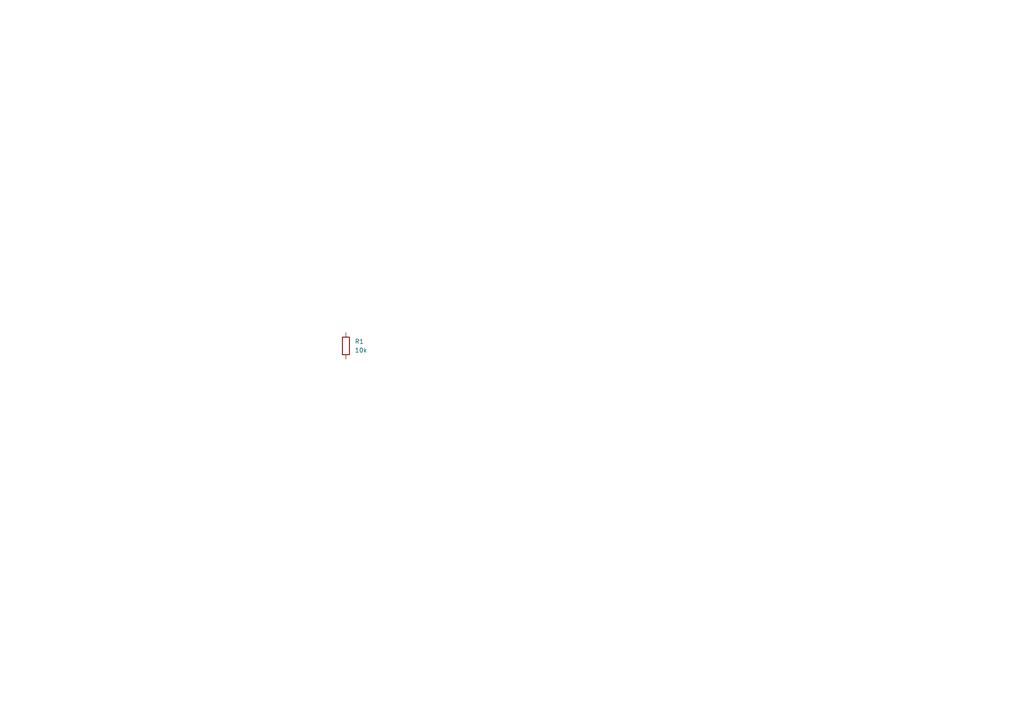
<source format=kicad_sch>
(kicad_sch (version 20250114) (generator "eeschema") (generator_version "9.0")
  (paper "A4")
  (lib_symbols
    (symbol "Device:R" (pin_numbers (hide yes)) (pin_names (offset 0))
      (property "Reference" "R" (at 2.032 0 90))
      (property "Value" "R" (at 0 0 90))
      (symbol "R_0_1"
        (rectangle (start -1.016 -2.54) (end 1.016 2.54) (stroke (width 0.254)))
      )
      (symbol "R_1_1"
        (pin passive line (at 0 3.81 270) (length 1.27) (name "~") (number "1"))
        (pin passive line (at 0 -3.81 90) (length 1.27) (name "~") (number "2"))
      )
    )
  )
  (symbol (lib_id "Device:R") (at 100.33 100.33 0) (unit 1)
    (property "Reference" "R1" (at 102.87 99.0599 0) (effects (justify left)))
    (property "Value" "10k" (at 102.87 101.5999 0) (effects (justify left)))
  )
)
</source>
